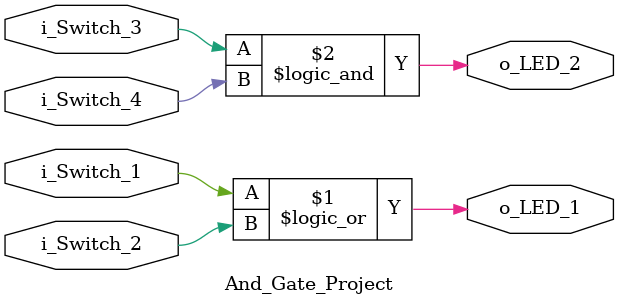
<source format=v>
module And_Gate_Project( i_Switch_1, i_Switch_2, i_Switch_3, i_Switch_4, o_LED_1, o_LED_2);
    input i_Switch_1, i_Switch_2, i_Switch_3, i_Switch_4;
    output o_LED_1, o_LED_2;

    assign o_LED_1 = i_Switch_1 || i_Switch_2;
    assign o_LED_2 = i_Switch_3 && i_Switch_4;


    endmodule
    
</source>
